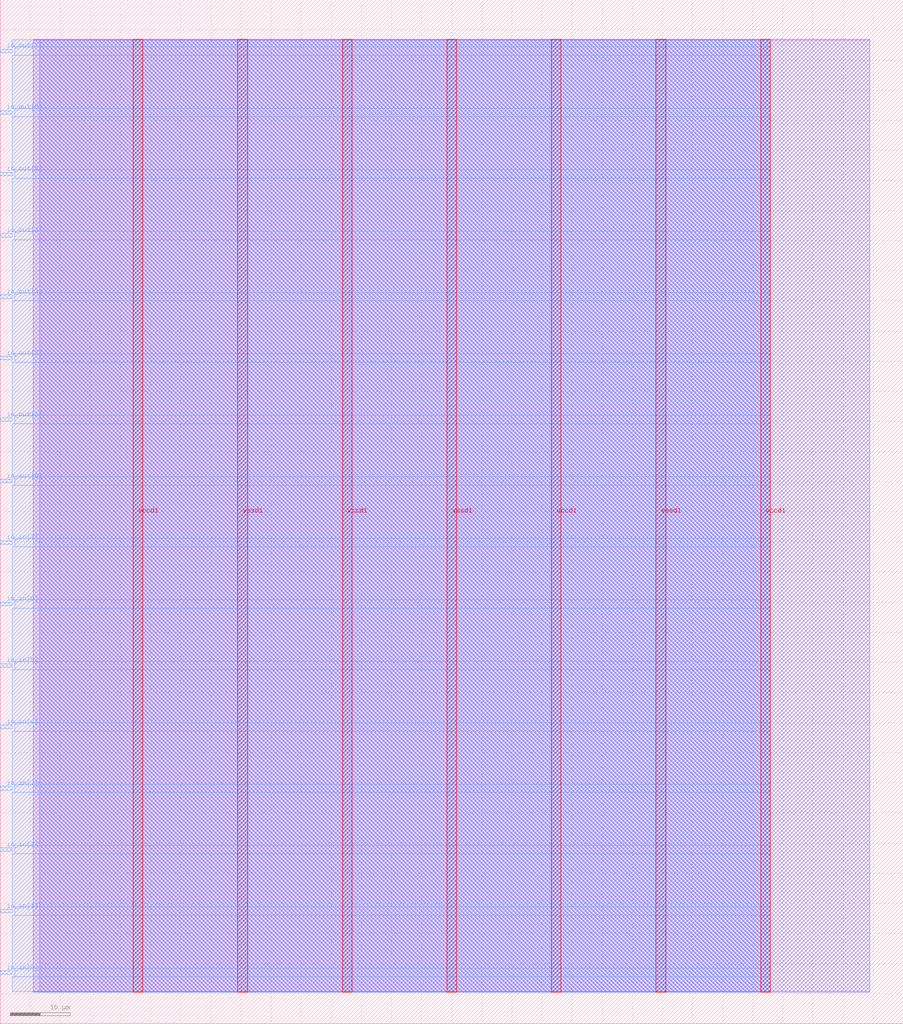
<source format=lef>
VERSION 5.7 ;
  NOWIREEXTENSIONATPIN ON ;
  DIVIDERCHAR "/" ;
  BUSBITCHARS "[]" ;
MACRO user_module_346553315158393428
  CLASS BLOCK ;
  FOREIGN user_module_346553315158393428 ;
  ORIGIN 0.000 0.000 ;
  SIZE 150.000 BY 170.000 ;
  PIN io_in[0]
    DIRECTION INPUT ;
    USE SIGNAL ;
    PORT
      LAYER met3 ;
        RECT 0.000 8.200 2.000 8.800 ;
    END
  END io_in[0]
  PIN io_in[1]
    DIRECTION INPUT ;
    USE SIGNAL ;
    PORT
      LAYER met3 ;
        RECT 0.000 18.400 2.000 19.000 ;
    END
  END io_in[1]
  PIN io_in[2]
    DIRECTION INPUT ;
    USE SIGNAL ;
    PORT
      LAYER met3 ;
        RECT 0.000 28.600 2.000 29.200 ;
    END
  END io_in[2]
  PIN io_in[3]
    DIRECTION INPUT ;
    USE SIGNAL ;
    PORT
      LAYER met3 ;
        RECT 0.000 38.800 2.000 39.400 ;
    END
  END io_in[3]
  PIN io_in[4]
    DIRECTION INPUT ;
    USE SIGNAL ;
    PORT
      LAYER met3 ;
        RECT 0.000 49.000 2.000 49.600 ;
    END
  END io_in[4]
  PIN io_in[5]
    DIRECTION INPUT ;
    USE SIGNAL ;
    PORT
      LAYER met3 ;
        RECT 0.000 59.200 2.000 59.800 ;
    END
  END io_in[5]
  PIN io_in[6]
    DIRECTION INPUT ;
    USE SIGNAL ;
    PORT
      LAYER met3 ;
        RECT 0.000 69.400 2.000 70.000 ;
    END
  END io_in[6]
  PIN io_in[7]
    DIRECTION INPUT ;
    USE SIGNAL ;
    PORT
      LAYER met3 ;
        RECT 0.000 79.600 2.000 80.200 ;
    END
  END io_in[7]
  PIN io_out[0]
    DIRECTION OUTPUT TRISTATE ;
    USE SIGNAL ;
    PORT
      LAYER met3 ;
        RECT 0.000 89.800 2.000 90.400 ;
    END
  END io_out[0]
  PIN io_out[1]
    DIRECTION OUTPUT TRISTATE ;
    USE SIGNAL ;
    PORT
      LAYER met3 ;
        RECT 0.000 100.000 2.000 100.600 ;
    END
  END io_out[1]
  PIN io_out[2]
    DIRECTION OUTPUT TRISTATE ;
    USE SIGNAL ;
    PORT
      LAYER met3 ;
        RECT 0.000 110.200 2.000 110.800 ;
    END
  END io_out[2]
  PIN io_out[3]
    DIRECTION OUTPUT TRISTATE ;
    USE SIGNAL ;
    PORT
      LAYER met3 ;
        RECT 0.000 120.400 2.000 121.000 ;
    END
  END io_out[3]
  PIN io_out[4]
    DIRECTION OUTPUT TRISTATE ;
    USE SIGNAL ;
    PORT
      LAYER met3 ;
        RECT 0.000 130.600 2.000 131.200 ;
    END
  END io_out[4]
  PIN io_out[5]
    DIRECTION OUTPUT TRISTATE ;
    USE SIGNAL ;
    PORT
      LAYER met3 ;
        RECT 0.000 140.800 2.000 141.400 ;
    END
  END io_out[5]
  PIN io_out[6]
    DIRECTION OUTPUT TRISTATE ;
    USE SIGNAL ;
    PORT
      LAYER met3 ;
        RECT 0.000 151.000 2.000 151.600 ;
    END
  END io_out[6]
  PIN io_out[7]
    DIRECTION OUTPUT TRISTATE ;
    USE SIGNAL ;
    PORT
      LAYER met3 ;
        RECT 0.000 161.200 2.000 161.800 ;
    END
  END io_out[7]
  PIN vccd1
    DIRECTION INOUT ;
    USE POWER ;
    PORT
      LAYER met4 ;
        RECT 22.090 5.200 23.690 163.440 ;
    END
    PORT
      LAYER met4 ;
        RECT 56.830 5.200 58.430 163.440 ;
    END
    PORT
      LAYER met4 ;
        RECT 91.570 5.200 93.170 163.440 ;
    END
    PORT
      LAYER met4 ;
        RECT 126.310 5.200 127.910 163.440 ;
    END
  END vccd1
  PIN vssd1
    DIRECTION INOUT ;
    USE GROUND ;
    PORT
      LAYER met4 ;
        RECT 39.460 5.200 41.060 163.440 ;
    END
    PORT
      LAYER met4 ;
        RECT 74.200 5.200 75.800 163.440 ;
    END
    PORT
      LAYER met4 ;
        RECT 108.940 5.200 110.540 163.440 ;
    END
  END vssd1
  OBS
      LAYER li1 ;
        RECT 5.520 5.355 144.440 163.285 ;
      LAYER met1 ;
        RECT 5.520 5.200 144.440 163.440 ;
      LAYER met2 ;
        RECT 6.530 5.255 127.880 163.385 ;
      LAYER met3 ;
        RECT 2.000 162.200 127.900 163.365 ;
        RECT 2.400 160.800 127.900 162.200 ;
        RECT 2.000 152.000 127.900 160.800 ;
        RECT 2.400 150.600 127.900 152.000 ;
        RECT 2.000 141.800 127.900 150.600 ;
        RECT 2.400 140.400 127.900 141.800 ;
        RECT 2.000 131.600 127.900 140.400 ;
        RECT 2.400 130.200 127.900 131.600 ;
        RECT 2.000 121.400 127.900 130.200 ;
        RECT 2.400 120.000 127.900 121.400 ;
        RECT 2.000 111.200 127.900 120.000 ;
        RECT 2.400 109.800 127.900 111.200 ;
        RECT 2.000 101.000 127.900 109.800 ;
        RECT 2.400 99.600 127.900 101.000 ;
        RECT 2.000 90.800 127.900 99.600 ;
        RECT 2.400 89.400 127.900 90.800 ;
        RECT 2.000 80.600 127.900 89.400 ;
        RECT 2.400 79.200 127.900 80.600 ;
        RECT 2.000 70.400 127.900 79.200 ;
        RECT 2.400 69.000 127.900 70.400 ;
        RECT 2.000 60.200 127.900 69.000 ;
        RECT 2.400 58.800 127.900 60.200 ;
        RECT 2.000 50.000 127.900 58.800 ;
        RECT 2.400 48.600 127.900 50.000 ;
        RECT 2.000 39.800 127.900 48.600 ;
        RECT 2.400 38.400 127.900 39.800 ;
        RECT 2.000 29.600 127.900 38.400 ;
        RECT 2.400 28.200 127.900 29.600 ;
        RECT 2.000 19.400 127.900 28.200 ;
        RECT 2.400 18.000 127.900 19.400 ;
        RECT 2.000 9.200 127.900 18.000 ;
        RECT 2.400 7.800 127.900 9.200 ;
        RECT 2.000 5.275 127.900 7.800 ;
  END
END user_module_346553315158393428
END LIBRARY


</source>
